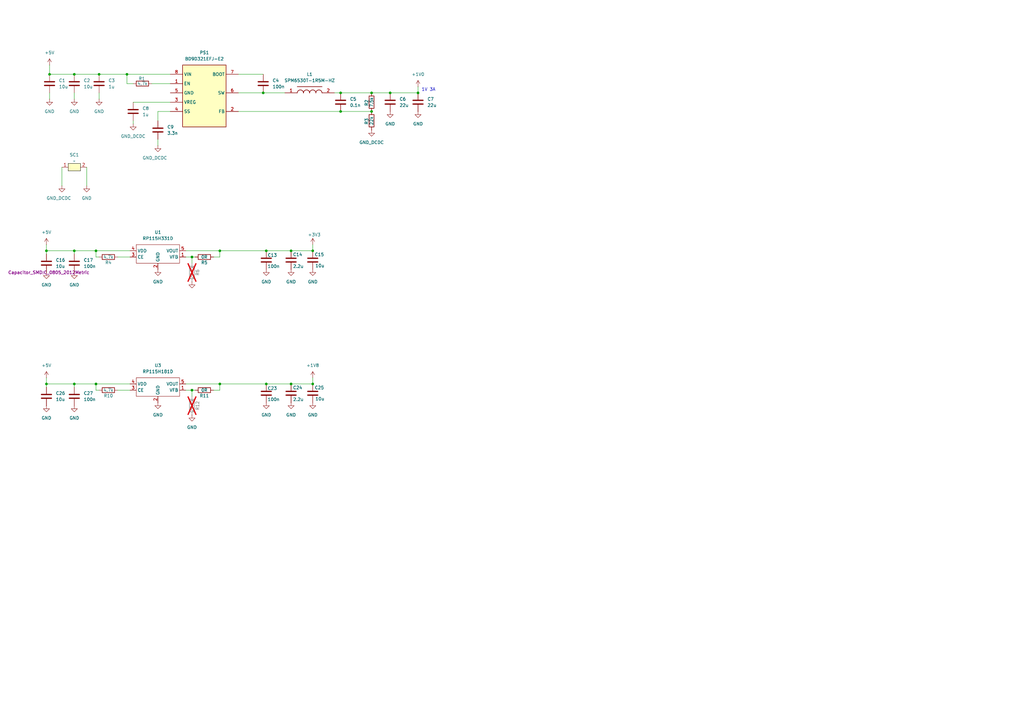
<source format=kicad_sch>
(kicad_sch (version 20231120) (generator "eeschema") (generator_version "8.0")
  (paper "A3")
  (lib_symbols
    (symbol "BD9D321EFJ-E2:BD9D321EFJ-E2"
      (property "Reference" "PS" (at 24.13 7.62 0))
      (property "Value" "BD9D321EFJ-E2" (at 24.13 5.08 0))
      (symbol "BD9D321EFJ-E2_1_1"
        (rectangle (start 5.08 2.54) (end 22.86 -22.86) (stroke (width 0.254)) (fill (type background)))
        (pin passive line (at 0 -5.08 0) (length 5.08) (name "EN") (number "1"))
        (pin passive line (at 27.94 -16.51 180) (length 5.08) (name "FB") (number "2"))
        (pin passive line (at 0 -12.7 0) (length 5.08) (name "VREG") (number "3"))
        (pin passive line (at 0 -16.51 0) (length 5.08) (name "SS") (number "4"))
        (pin passive line (at 0 -8.89 0) (length 5.08) (name "GND") (number "5"))
        (pin passive line (at 27.94 -8.89 180) (length 5.08) (name "SW") (number "6"))
        (pin passive line (at 27.94 -1.27 180) (length 5.08) (name "BOOT") (number "7"))
        (pin passive line (at 0 -1.27 0) (length 5.08) (name "VIN") (number "8"))
      )
    )
    (symbol "Device:C" (pin_numbers hide) (pin_names (offset 0.254))
      (property "Reference" "C" (at 0.635 2.54 0))
      (property "Value" "C" (at 0.635 -2.54 0))
      (symbol "C_0_1"
        (polyline (pts (xy -2.032 -0.762) (xy 2.032 -0.762)) (stroke (width 0.508)))
        (polyline (pts (xy -2.032 0.762) (xy 2.032 0.762)) (stroke (width 0.508)))
      )
      (symbol "C_1_1"
        (pin passive line (at 0 3.81 270) (length 2.794) (name "~") (number "1"))
        (pin passive line (at 0 -3.81 90) (length 2.794) (name "~") (number "2"))
      )
    )
    (symbol "Device:R" (pin_numbers hide) (pin_names (offset 0))
      (property "Reference" "R" (at 2.032 0 90))
      (property "Value" "R" (at 0 0 90))
      (symbol "R_0_1"
        (rectangle (start -1.016 -2.54) (end 1.016 2.54) (stroke (width 0.254)))
      )
      (symbol "R_1_1"
        (pin passive line (at 0 3.81 270) (length 1.27) (name "~") (number "1"))
        (pin passive line (at 0 -3.81 90) (length 1.27) (name "~") (number "2"))
      )
    )
    (symbol "SPM6530T-1R5M-HZ:SPM6530T-1R5M-HZ" (pin_names hide)
      (property "Reference" "L" (at 16.51 6.35 0))
      (property "Value" "SPM6530T-1R5M-HZ" (at 16.51 3.81 0))
      (symbol "SPM6530T-1R5M-HZ_1_1"
        (polyline (pts (xy 5.08 2.54) (xy 15.24 2.54)) (stroke (width 0.254)))
        (arc (start 7.62 0) (mid 6.35 1.219) (end 5.08 0) (stroke (width 0.254)))
        (arc (start 10.16 0) (mid 8.89 1.219) (end 7.62 0) (stroke (width 0.254)))
        (arc (start 12.7 0) (mid 11.43 1.219) (end 10.16 0) (stroke (width 0.254)))
        (arc (start 15.24 0) (mid 13.97 1.219) (end 12.7 0) (stroke (width 0.254)))
        (pin passive line (at 0 0 0) (length 5.08) (name "1") (number "1"))
        (pin passive line (at 20.32 0 180) (length 5.08) (name "2") (number "2"))
      )
    )
    (symbol "house:short_conn"
      (property "Reference" "SC" (at 3.556 0 0))
      (symbol "short_conn_1_1"
        (rectangle (start 2.54 -1.016) (end 7.62 -4.064) (stroke (width 0) (color 0 0 0 1)) (fill (type color) (color 255 255 194 1)))
        (pin input line (at 0 -2.54 0) (length 2.54) (name "") (number "1"))
        (pin output line (at 10.16 -2.54 180) (length 2.54) (name "") (number "2"))
      )
    )
    (symbol "power:+1V0" (power) (pin_numbers hide) (pin_names (offset 0) hide)
      (property "Value" "+1V0" (at 0 3.556 0))
      (symbol "+1V0_0_1"
        (polyline (pts (xy -0.762 1.27) (xy 0 2.54)))
        (polyline (pts (xy 0 0) (xy 0 2.54)))
        (polyline (pts (xy 0 2.54) (xy 0.762 1.27)))
      )
      (symbol "+1V0_1_1"
        (pin power_in line (at 0 0 90) (length 0) (name "~") (number "1"))
      )
    )
    (symbol "power:+3V3" (power) (pin_numbers hide) (pin_names (offset 0) hide)
      (property "Value" "+3V3" (at 0 3.556 0))
      (symbol "+3V3_0_1"
        (polyline (pts (xy -0.762 1.27) (xy 0 2.54)))
        (polyline (pts (xy 0 0) (xy 0 2.54)))
        (polyline (pts (xy 0 2.54) (xy 0.762 1.27)))
      )
      (symbol "+3V3_1_1"
        (pin power_in line (at 0 0 90) (length 0) (name "~") (number "1"))
      )
    )
    (symbol "power:+5V" (power) (pin_numbers hide) (pin_names (offset 0) hide)
      (property "Value" "+5V" (at 0 3.556 0))
      (symbol "+5V_0_1"
        (polyline (pts (xy -0.762 1.27) (xy 0 2.54)))
        (polyline (pts (xy 0 0) (xy 0 2.54)))
        (polyline (pts (xy 0 2.54) (xy 0.762 1.27)))
      )
      (symbol "+5V_1_1"
        (pin power_in line (at 0 0 90) (length 0) (name "~") (number "1"))
      )
    )
    (symbol "power:GND" (power) (pin_numbers hide) (pin_names (offset 0) hide)
      (property "Value" "GND" (at 0 -3.81 0))
      (symbol "GND_0_1"
        (polyline (pts (xy 0 0) (xy 0 -1.27) (xy 1.27 -1.27) (xy 0 -2.54) (xy -1.27 -1.27) (xy 0 -1.27)))
      )
      (symbol "GND_1_1"
        (pin power_in line (at 0 0 270) (length 0) (name "~") (number "1"))
      )
    )
    (symbol "power_supplies:RP115H181D"
      (property "Reference" "U" (at -3.302 -0.254 0))
      (property "Value" "RP115H181D" (at 6.858 -0.254 0))
      (symbol "RP115H181D_1_1"
        (rectangle (start -3.81 -1.27) (end 13.97 -8.89))
        (pin input line (at 16.51 -6.35 180) (length 2.54) (name "VFB") (number "1"))
        (pin power_in line (at 5.08 -11.43 90) (length 2.54) (name "GND") (number "2"))
        (pin input line (at -6.35 -6.35 0) (length 2.54) (name "CE") (number "3"))
        (pin power_in line (at -6.35 -3.81 0) (length 2.54) (name "VDD") (number "4"))
        (pin power_out line (at 16.51 -3.81 180) (length 2.54) (name "VOUT") (number "5"))
      )
    )
    (symbol "power_supplies:RP115H331D"
      (property "Reference" "U" (at -0.762 -0.254 0))
      (property "Value" "RP115H331D" (at 10.922 -0.254 0))
      (symbol "RP115H331D_1_1"
        (rectangle (start -1.27 -1.27) (end 16.51 -8.89))
        (pin input line (at 19.05 -6.35 180) (length 2.54) (name "VFB") (number "1"))
        (pin power_in line (at 7.62 -11.43 90) (length 2.54) (name "GND") (number "2"))
        (pin input line (at -3.81 -6.35 0) (length 2.54) (name "CE") (number "3"))
        (pin power_in line (at -3.81 -3.81 0) (length 2.54) (name "VDD") (number "4"))
        (pin power_out line (at 19.05 -3.81 180) (length 2.54) (name "VOUT") (number "5"))
      )
    )
  )
  (junction (at 30.48 30.48))
  (junction (at 78.74 105.41))
  (junction (at 39.37 157.48))
  (junction (at 152.4 45.72))
  (junction (at 109.22 102.87))
  (junction (at 19.05 157.48))
  (junction (at 19.05 102.87))
  (junction (at 39.37 102.87))
  (junction (at 78.74 160.02))
  (junction (at 20.32 30.48))
  (junction (at 40.64 30.48))
  (junction (at 107.95 38.1))
  (junction (at 30.48 102.87))
  (junction (at 152.4 38.1))
  (junction (at 30.48 157.48))
  (junction (at 139.7 45.72))
  (junction (at 52.07 30.48))
  (junction (at 171.45 38.1))
  (junction (at 128.27 102.87))
  (junction (at 90.17 102.87))
  (junction (at 128.27 157.48))
  (junction (at 119.38 157.48))
  (junction (at 119.38 102.87))
  (junction (at 139.7 38.1))
  (junction (at 160.02 38.1))
  (junction (at 90.17 157.48))
  (junction (at 109.22 157.48))
  (wire (pts (xy 78.74 105.41) (xy 80.01 105.41)))
  (wire (pts (xy 20.32 26.67) (xy 20.32 30.48)))
  (wire (pts (xy 76.2 102.87) (xy 90.17 102.87)))
  (wire (pts (xy 128.27 100.33) (xy 128.27 102.87)))
  (wire (pts (xy 90.17 105.41) (xy 90.17 102.87)))
  (wire (pts (xy 97.79 30.48) (xy 107.95 30.48)))
  (wire (pts (xy 139.7 45.72) (xy 152.4 45.72)))
  (wire (pts (xy 30.48 30.48) (xy 40.64 30.48)))
  (wire (pts (xy 30.48 38.1) (xy 30.48 40.64)))
  (wire (pts (xy 160.02 38.1) (xy 171.45 38.1)))
  (wire (pts (xy 40.64 30.48) (xy 52.07 30.48)))
  (wire (pts (xy 53.34 102.87) (xy 39.37 102.87)))
  (wire (pts (xy 76.2 160.02) (xy 78.74 160.02)))
  (wire (pts (xy 78.74 160.02) (xy 80.01 160.02)))
  (wire (pts (xy 30.48 157.48) (xy 19.05 157.48)))
  (wire (pts (xy 62.23 34.29) (xy 69.85 34.29)))
  (wire (pts (xy 52.07 30.48) (xy 69.85 30.48)))
  (wire (pts (xy 69.85 45.72) (xy 64.77 45.72)))
  (wire (pts (xy 54.61 49.53) (xy 54.61 50.8)))
  (wire (pts (xy 53.34 157.48) (xy 39.37 157.48)))
  (wire (pts (xy 139.7 38.1) (xy 152.4 38.1)))
  (wire (pts (xy 119.38 102.87) (xy 128.27 102.87)))
  (wire (pts (xy 40.64 38.1) (xy 40.64 40.64)))
  (wire (pts (xy 39.37 157.48) (xy 39.37 160.02)))
  (wire (pts (xy 19.05 102.87) (xy 19.05 104.14)))
  (wire (pts (xy 35.56 68.58) (xy 35.56 76.2)))
  (wire (pts (xy 152.4 38.1) (xy 160.02 38.1)))
  (wire (pts (xy 64.77 57.15) (xy 64.77 59.69)))
  (wire (pts (xy 30.48 102.87) (xy 30.48 104.14)))
  (wire (pts (xy 90.17 102.87) (xy 109.22 102.87)))
  (wire (pts (xy 39.37 160.02) (xy 40.64 160.02)))
  (wire (pts (xy 107.95 38.1) (xy 116.84 38.1)))
  (wire (pts (xy 19.05 157.48) (xy 19.05 158.75)))
  (wire (pts (xy 25.4 68.58) (xy 25.4 76.2)))
  (wire (pts (xy 137.16 38.1) (xy 139.7 38.1)))
  (wire (pts (xy 109.22 157.48) (xy 119.38 157.48)))
  (wire (pts (xy 90.17 160.02) (xy 90.17 157.48)))
  (wire (pts (xy 109.22 102.87) (xy 119.38 102.87)))
  (wire (pts (xy 78.74 160.02) (xy 78.74 162.56)))
  (wire (pts (xy 39.37 105.41) (xy 40.64 105.41)))
  (wire (pts (xy 30.48 102.87) (xy 19.05 102.87)))
  (wire (pts (xy 19.05 154.94) (xy 19.05 157.48)))
  (wire (pts (xy 39.37 102.87) (xy 39.37 105.41)))
  (wire (pts (xy 64.77 45.72) (xy 64.77 49.53)))
  (wire (pts (xy 76.2 157.48) (xy 90.17 157.48)))
  (wire (pts (xy 39.37 157.48) (xy 30.48 157.48)))
  (wire (pts (xy 48.26 105.41) (xy 53.34 105.41)))
  (wire (pts (xy 171.45 35.56) (xy 171.45 38.1)))
  (wire (pts (xy 119.38 157.48) (xy 128.27 157.48)))
  (wire (pts (xy 20.32 38.1) (xy 20.32 40.64)))
  (wire (pts (xy 30.48 157.48) (xy 30.48 158.75)))
  (wire (pts (xy 97.79 45.72) (xy 139.7 45.72)))
  (wire (pts (xy 20.32 30.48) (xy 30.48 30.48)))
  (wire (pts (xy 39.37 102.87) (xy 30.48 102.87)))
  (wire (pts (xy 52.07 34.29) (xy 52.07 30.48)))
  (wire (pts (xy 87.63 105.41) (xy 90.17 105.41)))
  (wire (pts (xy 78.74 105.41) (xy 78.74 107.95)))
  (wire (pts (xy 54.61 34.29) (xy 52.07 34.29)))
  (wire (pts (xy 76.2 105.41) (xy 78.74 105.41)))
  (wire (pts (xy 90.17 157.48) (xy 109.22 157.48)))
  (wire (pts (xy 87.63 160.02) (xy 90.17 160.02)))
  (wire (pts (xy 48.26 160.02) (xy 53.34 160.02)))
  (wire (pts (xy 19.05 100.33) (xy 19.05 102.87)))
  (wire (pts (xy 54.61 41.91) (xy 69.85 41.91)))
  (wire (pts (xy 97.79 38.1) (xy 107.95 38.1)))
  (wire (pts (xy 128.27 154.94) (xy 128.27 157.48)))
  (text "1V 3A\n" (at 175.768 36.83 0) (effects (font (size 1.27 1.27))))
  (symbol (lib_id "Device:R") (at 58.42 34.29 90) (unit 1)
    (property "Reference" "R1" (at 58.166 32.258 90))
    (property "Value" "4.7k" (at 58.42 34.29 90))
    (property "Footprint" "Resistor_SMD:R_0603_1608Metric" (effects (hide yes)))
    (property "Description" "Resistor" (effects (hide yes)))
  )
  (symbol (lib_id "power:GND") (at 160.02 45.72 0) (unit 1)
    (property "Reference" "#PWR06" (effects (hide yes)))
    (property "Value" "GND" (at 160.02 50.8 0))
    (property "Description" "Power symbol creates a global label with name \"GND\" , ground" (effects (hide yes)))
  )
  (symbol (lib_id "power:GND") (at 20.32 40.64 0) (unit 1)
    (property "Reference" "#PWR03" (effects (hide yes)))
    (property "Value" "GND" (at 20.32 45.72 0))
    (property "Description" "Power symbol creates a global label with name \"GND\" , ground" (effects (hide yes)))
  )
  (symbol (lib_id "SPM6530T-1R5M-HZ:SPM6530T-1R5M-HZ") (at 116.84 38.1 0) (unit 1)
    (property "Reference" "L1" (at 127 30.48 0))
    (property "Value" "SPM6530T-1R5M-HZ" (at 127 33.02 0))
    (property "Footprint" "SPM6530T-1R5M-HZ:SPM6530" (effects (hide yes)))
    (property "Datasheet" "https://product.tdk.com/system/files/dam/doc/product/inductor/inductor/smd/catalog/inductor_automotive_power_spm6530-hz_en.pdf" (effects (hide yes)))
    (property "Description" "Inductors for power circuits, Wound metal, Automotive" (effects (hide yes)))
    (property "Manufacturer_Name" "TDK" (effects (hide yes)))
    (property "Manufacturer_Part_Number" "SPM6530T-1R5M-HZ" (effects (hide yes)))
    (property "Mouser Part Number" "810-SPM6530T-1R5M-HZ" (effects (hide yes)))
    (property "Mouser Price/Stock" "https://www.mouser.co.uk/ProductDetail/TDK/SPM6530T-1R5M-HZ?qs=lYGu3FyN48f4DtoZSwmZBA%3D%3D" (effects (hide yes)))
    (property "Arrow Part Number" "SPM6530T-1R5M-HZ" (effects (hide yes)))
    (property "Arrow Price/Stock" "https://www.arrow.com/en/products/spm6530t-1r5m-hz/tdk" (effects (hide yes)))
  )
  (symbol (lib_id "Device:R") (at 44.45 160.02 90) (unit 1)
    (property "Reference" "R10" (at 44.45 162.306 90))
    (property "Value" "4.7k" (at 44.45 160.02 90))
    (property "Footprint" "Resistor_SMD:R_0603_1608Metric" (effects (hide yes)))
    (property "Description" "Resistor" (effects (hide yes)))
  )
  (symbol (lib_id "power:GND") (at 64.77 165.1 0) (unit 1)
    (property "Reference" "#PWR037" (effects (hide yes)))
    (property "Value" "GND" (at 64.77 170.18 0))
    (property "Description" "Power symbol creates a global label with name \"GND\" , ground" (effects (hide yes)))
  )
  (symbol (lib_id "power:GND") (at 35.56 76.2 0) (unit 1)
    (property "Reference" "#PWR096" (effects (hide yes)))
    (property "Value" "GND" (at 35.56 81.28 0))
    (property "Description" "Power symbol creates a global label with name \"GND\" , ground" (effects (hide yes)))
  )
  (symbol (lib_id "power:GND") (at 128.27 110.49 0) (unit 1)
    (property "Reference" "#PWR021" (effects (hide yes)))
    (property "Value" "GND" (at 128.27 115.57 0))
    (property "Description" "Power symbol creates a global label with name \"GND\" , ground" (effects (hide yes)))
  )
  (symbol (lib_id "power:GND") (at 64.77 110.49 0) (unit 1)
    (property "Reference" "#PWR018" (effects (hide yes)))
    (property "Value" "GND" (at 64.77 115.57 0))
    (property "Description" "Power symbol creates a global label with name \"GND\" , ground" (effects (hide yes)))
  )
  (symbol (lib_id "Device:C") (at 119.38 161.29 0) (unit 1)
    (property "Reference" "C24" (at 120.142 159.004 0) (effects (justify left)))
    (property "Value" "2.2u" (at 120.142 163.83 0) (effects (justify left)))
    (property "Footprint" "Capacitor_SMD:C_0603_1608Metric" (effects (hide yes)))
    (property "Description" "Unpolarized capacitor" (effects (hide yes)))
  )
  (symbol (lib_id "Device:R") (at 44.45 105.41 90) (unit 1)
    (property "Reference" "R4" (at 44.45 107.696 90))
    (property "Value" "4.7k" (at 44.45 105.41 90))
    (property "Footprint" "Resistor_SMD:R_0603_1608Metric" (effects (hide yes)))
    (property "Description" "Resistor" (effects (hide yes)))
  )
  (symbol (lib_id "power:GND") (at 19.05 111.76 0) (unit 1)
    (property "Reference" "#PWR023" (effects (hide yes)))
    (property "Value" "GND" (at 19.05 116.84 0))
    (property "Description" "Power symbol creates a global label with name \"GND\" , ground" (effects (hide yes)))
  )
  (symbol (lib_id "Device:R") (at 83.82 105.41 90) (unit 1)
    (property "Reference" "R5" (at 83.82 107.696 90))
    (property "Value" "0R" (at 83.82 105.41 90))
    (property "Footprint" "Resistor_SMD:R_0603_1608Metric" (effects (hide yes)))
    (property "Description" "Resistor" (effects (hide yes)))
  )
  (symbol (lib_id "power:GND") (at 171.45 45.72 0) (unit 1)
    (property "Reference" "#PWR07" (effects (hide yes)))
    (property "Value" "GND" (at 171.45 50.8 0))
    (property "Description" "Power symbol creates a global label with name \"GND\" , ground" (effects (hide yes)))
  )
  (symbol (lib_id "Device:C") (at 40.64 34.29 0) (unit 1)
    (property "Reference" "C3" (at 44.45 33.0199 0) (effects (justify left)))
    (property "Value" "1u" (at 44.45 35.5599 0) (effects (justify left)))
    (property "Footprint" "Capacitor_SMD:C_0402_1005Metric" (effects (hide yes)))
    (property "Description" "Unpolarized capacitor" (effects (hide yes)))
  )
  (symbol (lib_id "power:GND") (at 54.61 50.8 0) (unit 1)
    (property "Reference" "#PWR08" (effects (hide yes)))
    (property "Value" "GND_DCDC" (at 54.61 55.88 0))
    (property "Description" "Power symbol creates a global label with name \"GND\" , ground" (effects (hide yes)))
  )
  (symbol (lib_id "Device:R") (at 152.4 41.91 180) (unit 1)
    (property "Reference" "R2" (at 150.368 42.164 90))
    (property "Value" "7.5k" (at 152.4 41.91 90))
    (property "Footprint" "Resistor_SMD:R_0603_1608Metric" (effects (hide yes)))
    (property "Description" "Resistor" (effects (hide yes)))
  )
  (symbol (lib_id "Device:C") (at 139.7 41.91 0) (unit 1)
    (property "Reference" "C5" (at 143.51 40.6399 0) (effects (justify left)))
    (property "Value" "0.1n" (at 143.51 43.1799 0) (effects (justify left)))
    (property "Footprint" "Capacitor_SMD:C_0603_1608Metric" (effects (hide yes)))
    (property "Description" "Unpolarized capacitor" (effects (hide yes)))
  )
  (symbol (lib_id "BD9D321EFJ-E2:BD9D321EFJ-E2") (at 69.85 29.21 0) (unit 1)
    (property "Reference" "PS1" (at 83.82 21.59 0))
    (property "Value" "BD9D321EFJ-E2" (at 83.82 24.13 0))
    (property "Footprint" "BD9D321EFJ-E2:SOIC127P600X100-8N" (effects (hide yes)))
    (property "Datasheet" "http://rohmfs.rohm.com/en/products/databook/datasheet/ic/power/switching_regulator/bd9d321efj-e.pdf" (effects (hide yes)))
    (property "Description" "ROHM - BD9D321EFJ-E2 - DC-DC Switching Buck Step Down Regulator, Adjustable, 4.5V-18Vin, 765mV-7Vout, 3Aout, HTSOP-8" (effects (hide yes)))
    (property "Height" "1" (effects (hide yes)))
    (property "Manufacturer_Name" "ROHM Semiconductor" (effects (hide yes)))
    (property "Manufacturer_Part_Number" "BD9D321EFJ-E2" (effects (hide yes)))
    (property "Mouser Part Number" "755-BD9D321EFJ-E2" (effects (hide yes)))
    (property "Mouser Price/Stock" "https://www.mouser.co.uk/ProductDetail/ROHM-Semiconductor/BD9D321EFJ-E2?qs=9Cg39qEKpi7kktUEjUojmg%3D%3D" (effects (hide yes)))
  )
  (symbol (lib_id "power:+5V") (at 19.05 100.33 0) (unit 1)
    (property "Reference" "#PWR016" (effects (hide yes)))
    (property "Value" "+5V" (at 19.05 95.25 0))
    (property "Description" "Power symbol creates a global label with name \"+5V\"" (effects (hide yes)))
  )
  (symbol (lib_id "power:+1V0") (at 171.45 35.56 0) (unit 1)
    (property "Reference" "#PWR02" (effects (hide yes)))
    (property "Value" "+1V0" (at 171.45 30.48 0))
    (property "Description" "Power symbol creates a global label with name \"+1V0\"" (effects (hide yes)))
  )
  (symbol (lib_id "Device:C") (at 107.95 34.29 0) (unit 1)
    (property "Reference" "C4" (at 111.76 33.0199 0) (effects (justify left)))
    (property "Value" "100n" (at 111.76 35.5599 0) (effects (justify left)))
    (property "Footprint" "Capacitor_SMD:C_0402_1005Metric" (effects (hide yes)))
    (property "Description" "Unpolarized capacitor" (effects (hide yes)))
  )
  (symbol (lib_id "Device:C") (at 128.27 106.68 0) (unit 1)
    (property "Reference" "C15" (at 129.032 104.394 0) (effects (justify left)))
    (property "Value" "10u" (at 129.286 108.966 0) (effects (justify left)))
    (property "Footprint" "Capacitor_SMD:C_0603_1608Metric" (effects (hide yes)))
    (property "Description" "Unpolarized capacitor" (effects (hide yes)))
  )
  (symbol (lib_id "power:GND") (at 25.4 76.2 0) (unit 1)
    (property "Reference" "#PWR013" (effects (hide yes)))
    (property "Value" "GND_DCDC" (at 24.13 81.28 0))
    (property "Description" "Power symbol creates a global label with name \"GND\" , ground" (effects (hide yes)))
  )
  (symbol (lib_id "Device:R") (at 78.74 166.37 180) (unit 1) (in_bom no) (dnp yes)
    (property "Reference" "R12" (at 81.026 166.37 90))
    (property "Value" "29.7k" (at 78.74 166.37 90))
    (property "Footprint" "Resistor_SMD:R_0603_1608Metric" (effects (hide yes)))
    (property "Description" "Resistor" (effects (hide yes)))
  )
  (symbol (lib_id "power:GND") (at 119.38 165.1 0) (unit 1)
    (property "Reference" "#PWR039" (effects (hide yes)))
    (property "Value" "GND" (at 119.38 170.18 0))
    (property "Description" "Power symbol creates a global label with name \"GND\" , ground" (effects (hide yes)))
  )
  (symbol (lib_id "Device:C") (at 30.48 107.95 0) (unit 1)
    (property "Reference" "C17" (at 34.29 106.6799 0) (effects (justify left)))
    (property "Value" "100n" (at 34.29 109.2199 0) (effects (justify left)))
    (property "Footprint" "Capacitor_SMD:C_0402_1005Metric" (effects (hide yes)))
    (property "Description" "Unpolarized capacitor" (effects (hide yes)))
  )
  (symbol (lib_id "power:GND") (at 109.22 165.1 0) (unit 1)
    (property "Reference" "#PWR038" (effects (hide yes)))
    (property "Value" "GND" (at 109.22 170.18 0))
    (property "Description" "Power symbol creates a global label with name \"GND\" , ground" (effects (hide yes)))
  )
  (symbol (lib_id "Device:C") (at 109.22 161.29 0) (unit 1)
    (property "Reference" "C23" (at 109.728 159.258 0) (effects (justify left)))
    (property "Value" "100n" (at 109.728 163.83 0) (effects (justify left)))
    (property "Footprint" "Capacitor_SMD:C_0603_1608Metric" (effects (hide yes)))
    (property "Description" "Unpolarized capacitor" (effects (hide yes)))
  )
  (symbol (lib_id "power:GND") (at 152.4 53.34 0) (unit 1)
    (property "Reference" "#PWR09" (effects (hide yes)))
    (property "Value" "GND_DCDC" (at 152.4 58.42 0))
    (property "Description" "Power symbol creates a global label with name \"GND\" , ground" (effects (hide yes)))
  )
  (symbol (lib_id "Device:C") (at 171.45 41.91 0) (unit 1)
    (property "Reference" "C7" (at 175.26 40.6399 0) (effects (justify left)))
    (property "Value" "22u" (at 175.26 43.1799 0) (effects (justify left)))
    (property "Footprint" "Capacitor_SMD:C_0805_2012Metric" (effects (hide yes)))
    (property "Description" "Unpolarized capacitor" (effects (hide yes)))
  )
  (symbol (lib_id "Device:R") (at 78.74 111.76 180) (unit 1) (in_bom no) (dnp yes)
    (property "Reference" "R6" (at 81.026 111.76 90))
    (property "Value" "29.7k" (at 78.74 111.76 90))
    (property "Footprint" "Resistor_SMD:R_0603_1608Metric" (effects (hide yes)))
    (property "Description" "Resistor" (effects (hide yes)))
  )
  (symbol (lib_id "Device:C") (at 19.05 162.56 0) (unit 1)
    (property "Reference" "C26" (at 22.86 161.2899 0) (effects (justify left)))
    (property "Value" "10u" (at 22.86 163.8299 0) (effects (justify left)))
    (property "Footprint" "Capacitor_SMD:C_0805_2012Metric" (effects (hide yes)))
    (property "Description" "Unpolarized capacitor" (effects (hide yes)))
  )
  (symbol (lib_id "power:GND") (at 109.22 110.49 0) (unit 1)
    (property "Reference" "#PWR019" (effects (hide yes)))
    (property "Value" "GND" (at 109.22 115.57 0))
    (property "Description" "Power symbol creates a global label with name \"GND\" , ground" (effects (hide yes)))
  )
  (symbol (lib_id "power:GND") (at 30.48 40.64 0) (unit 1)
    (property "Reference" "#PWR04" (effects (hide yes)))
    (property "Value" "GND" (at 30.48 45.72 0))
    (property "Description" "Power symbol creates a global label with name \"GND\" , ground" (effects (hide yes)))
  )
  (symbol (lib_id "Device:C") (at 19.05 107.95 0) (unit 1)
    (property "Reference" "C16" (at 22.86 106.6799 0) (effects (justify left)))
    (property "Value" "10u" (at 22.86 109.2199 0) (effects (justify left)))
    (property "Footprint" "Capacitor_SMD:C_0805_2012Metric" (at 20.0152 111.76 0))
    (property "Description" "Unpolarized capacitor" (effects (hide yes)))
  )
  (symbol (lib_id "Device:R") (at 152.4 49.53 180) (unit 1)
    (property "Reference" "R3" (at 150.368 49.784 90))
    (property "Value" "22k" (at 152.4 49.53 90))
    (property "Footprint" "Resistor_SMD:R_0603_1608Metric" (effects (hide yes)))
    (property "Description" "Resistor" (effects (hide yes)))
  )
  (symbol (lib_id "Device:C") (at 30.48 162.56 0) (unit 1)
    (property "Reference" "C27" (at 34.29 161.2899 0) (effects (justify left)))
    (property "Value" "100n" (at 34.29 163.8299 0) (effects (justify left)))
    (property "Footprint" "Capacitor_SMD:C_0603_1608Metric" (effects (hide yes)))
    (property "Description" "Unpolarized capacitor" (effects (hide yes)))
  )
  (symbol (lib_id "power:+5V") (at 19.05 154.94 0) (unit 1)
    (property "Reference" "#PWR035" (effects (hide yes)))
    (property "Value" "+5V" (at 19.05 149.86 0))
    (property "Description" "Power symbol creates a global label with name \"+5V\"" (effects (hide yes)))
  )
  (symbol (lib_id "power:GND") (at 19.05 166.37 0) (unit 1)
    (property "Reference" "#PWR041" (effects (hide yes)))
    (property "Value" "GND" (at 19.05 171.45 0))
    (property "Description" "Power symbol creates a global label with name \"GND\" , ground" (effects (hide yes)))
  )
  (symbol (lib_id "Device:C") (at 54.61 45.72 0) (unit 1)
    (property "Reference" "C8" (at 58.42 44.4499 0) (effects (justify left)))
    (property "Value" "1u" (at 58.42 46.9899 0) (effects (justify left)))
    (property "Footprint" "Capacitor_SMD:C_0603_1608Metric" (effects (hide yes)))
    (property "Description" "Unpolarized capacitor" (effects (hide yes)))
  )
  (symbol (lib_id "power:GND") (at 40.64 40.64 0) (unit 1)
    (property "Reference" "#PWR05" (effects (hide yes)))
    (property "Value" "GND" (at 40.64 45.72 0))
    (property "Description" "Power symbol creates a global label with name \"GND\" , ground" (effects (hide yes)))
  )
  (symbol (lib_id "power:GND") (at 128.27 165.1 0) (unit 1)
    (property "Reference" "#PWR040" (effects (hide yes)))
    (property "Value" "GND" (at 128.27 170.18 0))
    (property "Description" "Power symbol creates a global label with name \"GND\" , ground" (effects (hide yes)))
  )
  (symbol (lib_id "Device:R") (at 83.82 160.02 90) (unit 1)
    (property "Reference" "R11" (at 83.82 162.306 90))
    (property "Value" "0R" (at 83.82 160.02 90))
    (property "Footprint" "Resistor_SMD:R_0603_1608Metric" (effects (hide yes)))
    (property "Description" "Resistor" (effects (hide yes)))
  )
  (symbol (lib_id "house:short_conn") (at 25.4 66.04 0) (unit 1)
    (property "Reference" "SC1" (at 30.48 63.5 0))
    (property "Value" "~" (at 30.48 66.04 0))
    (property "Footprint" "house:short_conn" (effects (hide yes)))
  )
  (symbol (lib_id "Device:C") (at 64.77 53.34 0) (unit 1)
    (property "Reference" "C9" (at 68.58 52.0699 0) (effects (justify left)))
    (property "Value" "3.3n" (at 68.58 54.6099 0) (effects (justify left)))
    (property "Footprint" "Capacitor_SMD:C_0603_1608Metric" (effects (hide yes)))
    (property "Description" "Unpolarized capacitor" (effects (hide yes)))
  )
  (symbol (lib_id "power_supplies:RP115H331D") (at 57.15 99.06 0) (unit 1)
    (property "Reference" "U1" (at 64.77 95.25 0))
    (property "Value" "RP115H331D" (at 64.77 97.79 0))
    (property "Footprint" "Package_TO_SOT_SMD:SOT-89-5" (effects (hide yes)))
  )
  (symbol (lib_id "power:GND") (at 64.77 59.69 0) (unit 1)
    (property "Reference" "#PWR010" (effects (hide yes)))
    (property "Value" "GND_DCDC" (at 63.5 64.77 0))
    (property "Description" "Power symbol creates a global label with name \"GND\" , ground" (effects (hide yes)))
  )
  (symbol (lib_id "Device:C") (at 30.48 34.29 0) (unit 1)
    (property "Reference" "C2" (at 34.29 33.0199 0) (effects (justify left)))
    (property "Value" "10u" (at 34.29 35.5599 0) (effects (justify left)))
    (property "Footprint" "Capacitor_SMD:C_0805_2012Metric" (effects (hide yes)))
    (property "Description" "Unpolarized capacitor" (effects (hide yes)))
  )
  (symbol (lib_id "power:GND") (at 78.74 115.57 0) (unit 1)
    (property "Reference" "#PWR025" (effects (hide yes)))
    (property "Value" "GND" (effects (hide yes)))
    (property "Description" "Power symbol creates a global label with name \"GND\" , ground" (effects (hide yes)))
  )
  (symbol (lib_id "power:+3V3") (at 128.27 100.33 0) (unit 1)
    (property "Reference" "#PWR017" (effects (hide yes)))
    (property "Value" "+3V3" (at 126.238 96.266 0) (effects (justify left)))
    (property "Description" "Power symbol creates a global label with name \"+3V3\"" (effects (hide yes)))
  )
  (symbol (lib_id "power:GND") (at 30.48 111.76 0) (unit 1)
    (property "Reference" "#PWR024" (effects (hide yes)))
    (property "Value" "GND" (at 30.48 116.84 0))
    (property "Description" "Power symbol creates a global label with name \"GND\" , ground" (effects (hide yes)))
  )
  (symbol (lib_id "power:+5V") (at 20.32 26.67 0) (unit 1)
    (property "Reference" "#PWR01" (effects (hide yes)))
    (property "Value" "+5V" (at 20.32 21.59 0))
    (property "Description" "Power symbol creates a global label with name \"+5V\"" (effects (hide yes)))
  )
  (symbol (lib_id "power:GND") (at 78.74 170.18 0) (unit 1)
    (property "Reference" "#PWR043" (effects (hide yes)))
    (property "Value" "GND" (at 78.74 175.26 0))
    (property "Description" "Power symbol creates a global label with name \"GND\" , ground" (effects (hide yes)))
  )
  (symbol (lib_id "power:GND") (at 119.38 110.49 0) (unit 1)
    (property "Reference" "#PWR020" (effects (hide yes)))
    (property "Value" "GND" (at 119.38 115.57 0))
    (property "Description" "Power symbol creates a global label with name \"GND\" , ground" (effects (hide yes)))
  )
  (symbol (lib_id "Device:C") (at 160.02 41.91 0) (unit 1)
    (property "Reference" "C6" (at 163.83 40.6399 0) (effects (justify left)))
    (property "Value" "22u" (at 163.83 43.1799 0) (effects (justify left)))
    (property "Footprint" "Capacitor_SMD:C_0805_2012Metric" (effects (hide yes)))
    (property "Description" "Unpolarized capacitor" (effects (hide yes)))
  )
  (symbol (lib_id "Device:C") (at 119.38 106.68 0) (unit 1)
    (property "Reference" "C14" (at 120.142 104.394 0) (effects (justify left)))
    (property "Value" "2.2u" (at 120.142 109.22 0) (effects (justify left)))
    (property "Footprint" "Capacitor_SMD:C_0603_1608Metric" (effects (hide yes)))
    (property "Description" "Unpolarized capacitor" (effects (hide yes)))
  )
  (symbol (lib_id "Device:C") (at 128.27 161.29 0) (unit 1)
    (property "Reference" "C25" (at 129.032 159.004 0) (effects (justify left)))
    (property "Value" "10u" (at 129.286 163.576 0) (effects (justify left)))
    (property "Footprint" "Capacitor_SMD:C_0805_2012Metric" (effects (hide yes)))
    (property "Description" "Unpolarized capacitor" (effects (hide yes)))
  )
  (symbol (lib_id "power:+3V3") (at 128.27 154.94 0) (unit 1)
    (property "Reference" "#PWR036" (effects (hide yes)))
    (property "Value" "+1V8" (at 128.27 149.86 0))
    (property "Description" "Power symbol creates a global label with name \"+3V3\"" (effects (hide yes)))
  )
  (symbol (lib_id "power_supplies:RP115H181D") (at 59.69 153.67 0) (unit 1)
    (property "Reference" "U3" (at 64.77 149.86 0))
    (property "Value" "RP115H181D" (at 64.77 152.4 0))
    (property "Footprint" "Package_TO_SOT_SMD:SOT-89-5" (effects (hide yes)))
  )
  (symbol (lib_id "power:GND") (at 30.48 166.37 0) (unit 1)
    (property "Reference" "#PWR042" (effects (hide yes)))
    (property "Value" "GND" (at 30.48 171.45 0))
    (property "Description" "Power symbol creates a global label with name \"GND\" , ground" (effects (hide yes)))
  )
  (symbol (lib_id "Device:C") (at 109.22 106.68 0) (unit 1)
    (property "Reference" "C13" (at 109.728 104.648 0) (effects (justify left)))
    (property "Value" "100n" (at 109.728 109.22 0) (effects (justify left)))
    (property "Footprint" "Capacitor_SMD:C_0402_1005Metric" (effects (hide yes)))
    (property "Description" "Unpolarized capacitor" (effects (hide yes)))
  )
  (symbol (lib_id "Device:C") (at 20.32 34.29 0) (unit 1)
    (property "Reference" "C1" (at 24.13 33.0199 0) (effects (justify left)))
    (property "Value" "10u" (at 24.13 35.5599 0) (effects (justify left)))
    (property "Footprint" "Capacitor_SMD:C_0805_2012Metric" (effects (hide yes)))
    (property "Description" "Unpolarized capacitor" (effects (hide yes)))
  )
)
</source>
